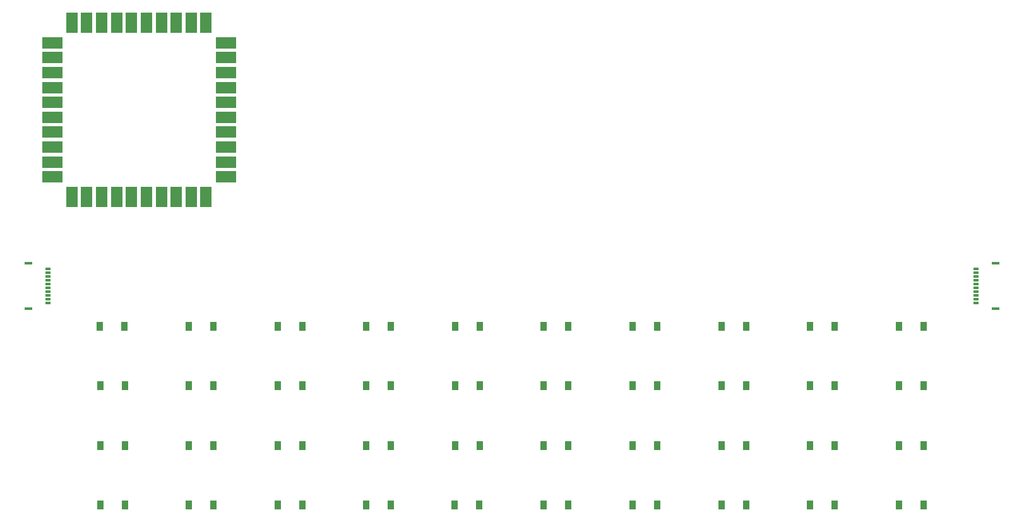
<source format=gbr>
%TF.GenerationSoftware,KiCad,Pcbnew,(6.0.4)*%
%TF.CreationDate,2022-10-14T21:38:42-05:00*%
%TF.ProjectId,Calculator_PCB _V2,43616c63-756c-4617-946f-725f50434220,rev?*%
%TF.SameCoordinates,Original*%
%TF.FileFunction,Paste,Bot*%
%TF.FilePolarity,Positive*%
%FSLAX46Y46*%
G04 Gerber Fmt 4.6, Leading zero omitted, Abs format (unit mm)*
G04 Created by KiCad (PCBNEW (6.0.4)) date 2022-10-14 21:38:42*
%MOMM*%
%LPD*%
G01*
G04 APERTURE LIST*
%ADD10R,0.900000X1.200000*%
%ADD11R,0.700000X0.300000*%
%ADD12R,1.000000X0.300000*%
%ADD13R,2.800000X1.500000*%
%ADD14R,1.500000X2.800000*%
G04 APERTURE END LIST*
D10*
%TO.C,D26*%
X159850000Y-124002800D03*
X163150000Y-124002800D03*
%TD*%
%TO.C,D35*%
X183643000Y-132003800D03*
X186943000Y-132003800D03*
%TD*%
%TO.C,D21*%
X147950000Y-116001800D03*
X151250000Y-116001800D03*
%TD*%
D11*
%TO.C,J2*%
X81430000Y-112860000D03*
X81430000Y-112360000D03*
X81430000Y-111860000D03*
X81430000Y-111360000D03*
X81430000Y-110860000D03*
X81430000Y-110360000D03*
X81430000Y-109860000D03*
X81430000Y-109360000D03*
X81430000Y-108860000D03*
X81430000Y-108360000D03*
D12*
X78780000Y-113650000D03*
X78780000Y-107570000D03*
%TD*%
D10*
%TO.C,D31*%
X171750000Y-132003800D03*
X175050000Y-132003800D03*
%TD*%
%TO.C,D40*%
X195550000Y-140004800D03*
X198850000Y-140004800D03*
%TD*%
%TO.C,D10*%
X112243600Y-124002800D03*
X115543600Y-124002800D03*
%TD*%
%TO.C,D8*%
X100350000Y-140004800D03*
X103650000Y-140004800D03*
%TD*%
%TO.C,D20*%
X135941800Y-140004800D03*
X139241800Y-140004800D03*
%TD*%
%TO.C,D30*%
X171750000Y-124002800D03*
X175050000Y-124002800D03*
%TD*%
%TO.C,D28*%
X159843200Y-140004800D03*
X163143200Y-140004800D03*
%TD*%
%TO.C,D13*%
X124150000Y-116001800D03*
X127450000Y-116001800D03*
%TD*%
%TO.C,D3*%
X88450000Y-132003800D03*
X91750000Y-132003800D03*
%TD*%
%TO.C,D33*%
X183643000Y-116001800D03*
X186943000Y-116001800D03*
%TD*%
%TO.C,D4*%
X88443800Y-140004800D03*
X91743800Y-140004800D03*
%TD*%
%TO.C,D2*%
X88450000Y-124002800D03*
X91750000Y-124002800D03*
%TD*%
D13*
%TO.C,U1*%
X105300000Y-77990000D03*
X105300000Y-79990000D03*
X105300000Y-81990000D03*
X105300000Y-83990000D03*
X105300000Y-85990000D03*
X105300000Y-87990000D03*
X105300000Y-89990000D03*
X105300000Y-91990000D03*
X105300000Y-93990000D03*
X105300000Y-95990000D03*
D14*
X102650000Y-98640000D03*
X100650000Y-98640000D03*
X98650000Y-98640000D03*
X96650000Y-98640000D03*
X94650000Y-98640000D03*
X92650000Y-98640000D03*
X90650000Y-98640000D03*
X88650000Y-98640000D03*
X86650000Y-98640000D03*
X84650000Y-98640000D03*
D13*
X82000000Y-95990000D03*
X82000000Y-93990000D03*
X82000000Y-91990000D03*
X82000000Y-89990000D03*
X82000000Y-87990000D03*
X82000000Y-85990000D03*
X82000000Y-83990000D03*
X82000000Y-81990000D03*
X82000000Y-79990000D03*
X82000000Y-77990000D03*
D14*
X84650000Y-75340000D03*
X86650000Y-75340000D03*
X88650000Y-75340000D03*
X90650000Y-75340000D03*
X92650000Y-75340000D03*
X94650000Y-75340000D03*
X96650000Y-75340000D03*
X98650000Y-75340000D03*
X100650000Y-75340000D03*
X102650000Y-75340000D03*
%TD*%
D10*
%TO.C,D25*%
X159850000Y-116001800D03*
X163150000Y-116001800D03*
%TD*%
%TO.C,D39*%
X195550000Y-132003800D03*
X198850000Y-132003800D03*
%TD*%
%TO.C,D36*%
X183650000Y-140004800D03*
X186950000Y-140004800D03*
%TD*%
D11*
%TO.C,J3*%
X205900000Y-108360000D03*
X205900000Y-108860000D03*
X205900000Y-109360000D03*
X205900000Y-109860000D03*
X205900000Y-110360000D03*
X205900000Y-110860000D03*
X205900000Y-111360000D03*
X205900000Y-111860000D03*
X205900000Y-112360000D03*
X205900000Y-112860000D03*
D12*
X208550000Y-107570000D03*
X208550000Y-113650000D03*
%TD*%
D10*
%TO.C,D37*%
X195550000Y-116001800D03*
X198850000Y-116001800D03*
%TD*%
%TO.C,D19*%
X136050000Y-132003800D03*
X139350000Y-132003800D03*
%TD*%
%TO.C,D6*%
X100350000Y-124002800D03*
X103650000Y-124002800D03*
%TD*%
%TO.C,D27*%
X159850000Y-132003800D03*
X163150000Y-132003800D03*
%TD*%
%TO.C,D17*%
X136043400Y-116001800D03*
X139343400Y-116001800D03*
%TD*%
%TO.C,D15*%
X124150000Y-132003800D03*
X127450000Y-132003800D03*
%TD*%
%TO.C,D23*%
X147950000Y-132003800D03*
X151250000Y-132003800D03*
%TD*%
%TO.C,D5*%
X100331000Y-116001800D03*
X103631000Y-116001800D03*
%TD*%
%TO.C,D32*%
X171750000Y-140004800D03*
X175050000Y-140004800D03*
%TD*%
%TO.C,D11*%
X112243600Y-132003800D03*
X115543600Y-132003800D03*
%TD*%
%TO.C,D24*%
X147950000Y-140004800D03*
X151250000Y-140004800D03*
%TD*%
%TO.C,D29*%
X171750000Y-116001800D03*
X175050000Y-116001800D03*
%TD*%
%TO.C,D1*%
X88367600Y-116001800D03*
X91667600Y-116001800D03*
%TD*%
%TO.C,D14*%
X124150000Y-124002800D03*
X127450000Y-124002800D03*
%TD*%
%TO.C,D34*%
X183643000Y-124002800D03*
X186943000Y-124002800D03*
%TD*%
%TO.C,D38*%
X195550000Y-124002800D03*
X198850000Y-124002800D03*
%TD*%
%TO.C,D18*%
X136050000Y-124002800D03*
X139350000Y-124002800D03*
%TD*%
%TO.C,D22*%
X147950000Y-124002800D03*
X151250000Y-124002800D03*
%TD*%
%TO.C,D12*%
X112243600Y-140004800D03*
X115543600Y-140004800D03*
%TD*%
%TO.C,D7*%
X100350000Y-132003800D03*
X103650000Y-132003800D03*
%TD*%
%TO.C,D16*%
X124150000Y-140004800D03*
X127450000Y-140004800D03*
%TD*%
%TO.C,D9*%
X112243600Y-116001800D03*
X115543600Y-116001800D03*
%TD*%
M02*

</source>
